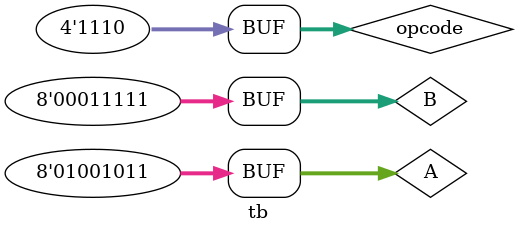
<source format=sv>
`include "logic_gates.sv"
`include "arithmetic.sv"
`include "logic.sv"
`include "shift.sv"
`include "control.sv"



module tb;
  
  wire [7:0]Y;
  wire [3:0]flags;
  reg [3:0]opcode;
  reg [7:0]A,B;
  
  alu_output_unit dut0(.A(A), .B(B), .opcode(opcode), .Y(Y), .flags(flags));
  
  initial
  begin
    A = 75; B = 75; opcode=4'b1111; #10;
    A = 75; B = 31; #10;
    opcode=4'b1110; #10;
    
  end
  initial begin
    $dumpfile("dump.vcd"); $dumpvars;
  end
endmodule
</source>
